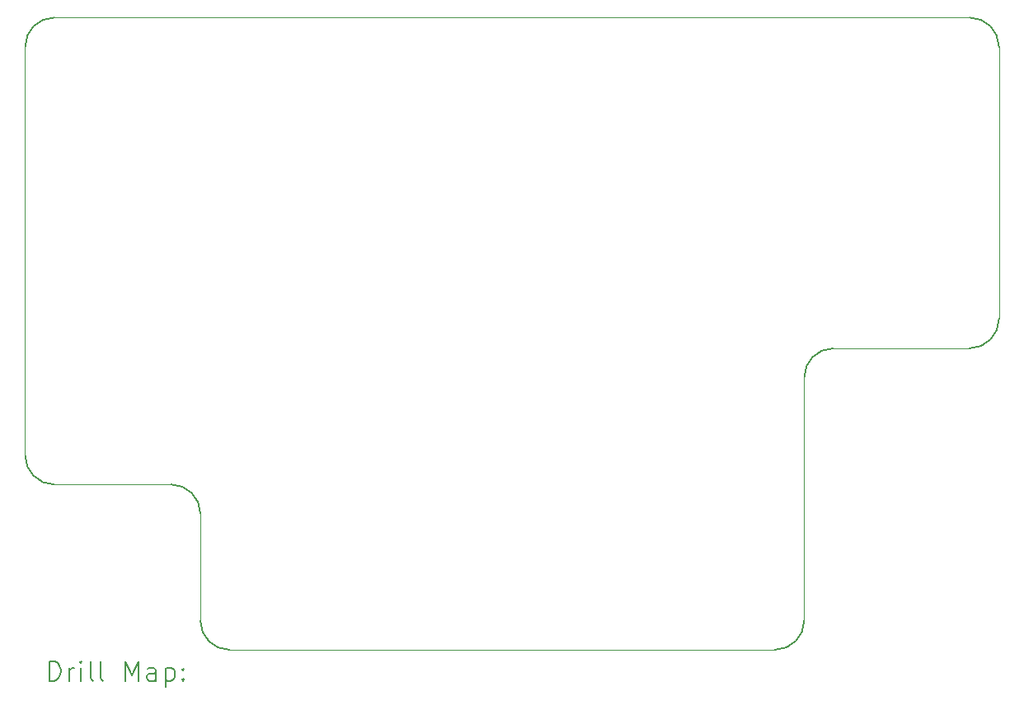
<source format=gbr>
%FSLAX45Y45*%
G04 Gerber Fmt 4.5, Leading zero omitted, Abs format (unit mm)*
G04 Created by KiCad (PCBNEW (6.0.4)) date 2022-04-20 16:37:56*
%MOMM*%
%LPD*%
G01*
G04 APERTURE LIST*
%TA.AperFunction,Profile*%
%ADD10C,0.100000*%
%TD*%
%TA.AperFunction,Profile*%
%ADD11C,0.150000*%
%TD*%
%ADD12C,0.200000*%
G04 APERTURE END LIST*
D10*
X10300000Y-5500000D02*
X19700000Y-5500000D01*
X18000000Y-9200000D02*
X18000000Y-11700000D01*
D11*
X17700000Y-12000000D02*
G75*
G03*
X18000000Y-11700000I0J300000D01*
G01*
D10*
X17700000Y-12000000D02*
X12100000Y-12000000D01*
D11*
X10300000Y-5500000D02*
G75*
G03*
X10000000Y-5800000I0J-300000D01*
G01*
D10*
X10000000Y-10000000D02*
X10000000Y-5800000D01*
D11*
X10000000Y-10000000D02*
G75*
G03*
X10300000Y-10300000I300000J0D01*
G01*
D10*
X10300000Y-10300000D02*
X11500000Y-10300000D01*
D11*
X20000000Y-5800000D02*
G75*
G03*
X19700000Y-5500000I-300000J0D01*
G01*
D10*
X20000000Y-5800000D02*
X20000000Y-8600000D01*
D11*
X11800000Y-11700000D02*
G75*
G03*
X12100000Y-12000000I300000J0D01*
G01*
X11800000Y-10600000D02*
G75*
G03*
X11500000Y-10300000I-300000J0D01*
G01*
D10*
X11800000Y-11700000D02*
X11800000Y-10600000D01*
D11*
X19700000Y-8900000D02*
G75*
G03*
X20000000Y-8600000I0J300000D01*
G01*
X18300000Y-8900000D02*
G75*
G03*
X18000000Y-9200000I0J-300000D01*
G01*
D10*
X19700000Y-8900000D02*
X18300000Y-8900000D01*
D12*
X10250119Y-12317976D02*
X10250119Y-12117976D01*
X10297738Y-12117976D01*
X10326310Y-12127500D01*
X10345357Y-12146548D01*
X10354881Y-12165595D01*
X10364405Y-12203690D01*
X10364405Y-12232262D01*
X10354881Y-12270357D01*
X10345357Y-12289405D01*
X10326310Y-12308452D01*
X10297738Y-12317976D01*
X10250119Y-12317976D01*
X10450119Y-12317976D02*
X10450119Y-12184643D01*
X10450119Y-12222738D02*
X10459643Y-12203690D01*
X10469167Y-12194167D01*
X10488214Y-12184643D01*
X10507262Y-12184643D01*
X10573929Y-12317976D02*
X10573929Y-12184643D01*
X10573929Y-12117976D02*
X10564405Y-12127500D01*
X10573929Y-12137024D01*
X10583452Y-12127500D01*
X10573929Y-12117976D01*
X10573929Y-12137024D01*
X10697738Y-12317976D02*
X10678690Y-12308452D01*
X10669167Y-12289405D01*
X10669167Y-12117976D01*
X10802500Y-12317976D02*
X10783452Y-12308452D01*
X10773929Y-12289405D01*
X10773929Y-12117976D01*
X11031071Y-12317976D02*
X11031071Y-12117976D01*
X11097738Y-12260833D01*
X11164405Y-12117976D01*
X11164405Y-12317976D01*
X11345357Y-12317976D02*
X11345357Y-12213214D01*
X11335833Y-12194167D01*
X11316786Y-12184643D01*
X11278690Y-12184643D01*
X11259643Y-12194167D01*
X11345357Y-12308452D02*
X11326309Y-12317976D01*
X11278690Y-12317976D01*
X11259643Y-12308452D01*
X11250119Y-12289405D01*
X11250119Y-12270357D01*
X11259643Y-12251309D01*
X11278690Y-12241786D01*
X11326309Y-12241786D01*
X11345357Y-12232262D01*
X11440595Y-12184643D02*
X11440595Y-12384643D01*
X11440595Y-12194167D02*
X11459643Y-12184643D01*
X11497738Y-12184643D01*
X11516786Y-12194167D01*
X11526309Y-12203690D01*
X11535833Y-12222738D01*
X11535833Y-12279881D01*
X11526309Y-12298928D01*
X11516786Y-12308452D01*
X11497738Y-12317976D01*
X11459643Y-12317976D01*
X11440595Y-12308452D01*
X11621548Y-12298928D02*
X11631071Y-12308452D01*
X11621548Y-12317976D01*
X11612024Y-12308452D01*
X11621548Y-12298928D01*
X11621548Y-12317976D01*
X11621548Y-12194167D02*
X11631071Y-12203690D01*
X11621548Y-12213214D01*
X11612024Y-12203690D01*
X11621548Y-12194167D01*
X11621548Y-12213214D01*
M02*

</source>
